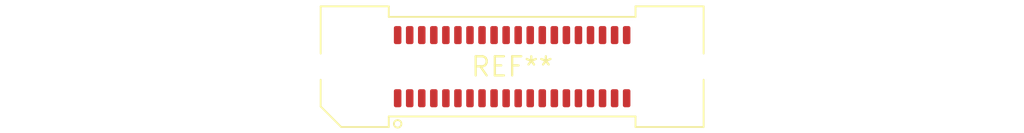
<source format=kicad_pcb>
(kicad_pcb (version 20240108) (generator pcbnew)
  (layers (0 "F.Cu" signal) (31 "B.Cu" signal) (34 "B.Paste" user) (35 "F.Paste" user) (36 "B.SilkS" user "B.Silkscreen") (37 "F.SilkS" user "F.Silkscreen") (38 "B.Mask" user) (39 "F.Mask" user) (44 "Edge.Cuts" user))
  (net 0 "")
  (footprint "Samtec_HSEC8-120-03-X-DV-A-WT_2x20_P0.8mm_Socket_WeldTabs" (layer "F.Cu") (at 0 0)
    (property "Reference" "REF**")
    (property "Value" "Samtec_HSEC8-120-03-X-DV-A-WT_2x20_P0.8mm_Socket_WeldTabs")
    (fp_line (start -12.71 -4.005) (end -8.19 -4.005) (layer "F.SilkS") (stroke (width 0.12)))
    (fp_line (start -12.71 -0.867929) (end -12.71 -4.005) (layer "F.SilkS") (stroke (width 0.12)))
    (fp_line (start -12.71 2.640563) (end -12.71 0.867929) (layer "F.SilkS") (stroke (width 0.12)))
    (fp_line (start -11.345563 4.005) (end -12.71 2.640563) (layer "F.SilkS") (stroke (width 0.12)))
    (fp_line (start -8.19 -4.005) (end -8.19 -3.305) (layer "F.SilkS") (stroke (width 0.12)))
    (fp_line (start -8.19 -3.305) (end 8.19 -3.305) (layer "F.SilkS") (stroke (width 0.12)))
    (fp_line (start -8.19 3.305) (end -8.19 4.005) (layer "F.SilkS") (stroke (width 0.12)))
    (fp_line (start -8.19 4.005) (end -11.345563 4.005) (layer "F.SilkS") (stroke (width 0.12)))
    (fp_line (start 8.19 -4.005) (end 12.71 -4.005) (layer "F.SilkS") (stroke (width 0.12)))
    (fp_line (start 8.19 -3.305) (end 8.19 -4.005) (layer "F.SilkS") (stroke (width 0.12)))
    (fp_line (start 8.19 3.305) (end -8.19 3.305) (layer "F.SilkS") (stroke (width 0.12)))
    (fp_line (start 8.19 4.005) (end 8.19 3.305) (layer "F.SilkS") (stroke (width 0.12)))
    (fp_line (start 12.71 -4.005) (end 12.71 -0.867929) (layer "F.SilkS") (stroke (width 0.12)))
    (fp_line (start 12.71 0.867929) (end 12.71 4.005) (layer "F.SilkS") (stroke (width 0.12)))
    (fp_line (start 12.71 4.005) (end 8.19 4.005) (layer "F.SilkS") (stroke (width 0.12)))
    (fp_arc (start -7.35 3.795) (mid -7.85 3.795) (end -7.35 3.795) (layer "F.SilkS") (stroke (width 0.12)))
    (pad "" thru_hole circle (at -11.45 0) (size 2.54 2.54) (drill 0.84) (layers *.Cu *.Mask "F.Paste") (remove_unused_layers))
    (pad "" np_thru_hole circle (at -9.1 1.5) (size 1.27 1.27) (drill 1.27) (layers *.Cu *.Mask))
    (pad "" np_thru_hole circle (at 9.1 0) (size 1.27 1.27) (drill 1.27) (layers *.Cu *.Mask))
    (pad "" thru_hole circle (at 11.45 0) (size 2.54 2.54) (drill 0.84) (layers *.Cu *.Mask "F.Paste") (remove_unused_layers))
    (pad "1" smd roundrect (at -7.6 2.095) (size 0.5 1.2) (layers "F.Cu" "F.Paste" "F.Mask"))
    (pad "2" smd roundrect (at -7.6 -2.095) (size 0.5 1.2) (layers "F.Cu" "F.Paste" "F.Mask"))
    (pad "3" smd roundrect (at -6.8 2.095) (size 0.5 1.2) (layers "F.Cu" "F.Paste" "F.Mask"))
    (pad "4" smd roundrect (at -6.8 -2.095) (size 0.5 1.2) (layers "F.Cu" "F.Paste" "F.Mask"))
    (pad "5" smd roundrect (at -6 2.095) (size 0.5 1.2) (layers "F.Cu" "F.Paste" "F.Mask"))
    (pad "6" smd roundrect (at -6 -2.095) (size 0.5 1.2) (layers "F.Cu" "F.Paste" "F.Mask"))
    (pad "7" smd roundrect (at -5.2 2.095) (size 0.5 1.2) (layers "F.Cu" "F.Paste" "F.Mask"))
    (pad "8" smd roundrect (at -5.2 -2.095) (size 0.5 1.2) (layers "F.Cu" "F.Paste" "F.Mask"))
    (pad "9" smd roundrect (at -4.4 2.095) (size 0.5 1.2) (layers "F.Cu" "F.Paste" "F.Mask"))
    (pad "10" smd roundrect (at -4.4 -2.095) (size 0.5 1.2) (layers "F.Cu" "F.Paste" "F.Mask"))
    (pad "11" smd roundrect (at -3.6 2.095) (size 0.5 1.2) (layers "F.Cu" "F.Paste" "F.Mask"))
    (pad "12" smd roundrect (at -3.6 -2.095) (size 0.5 1.2) (layers "F.Cu" "F.Paste" "F.Mask"))
    (pad "13" smd roundrect (at -2.8 2.095) (size 0.5 1.2) (layers "F.Cu" "F.Paste" "F.Mask"))
    (pad "14" smd roundrect (at -2.8 -2.095) (size 0.5 1.2) (layers "F.Cu" "F.Paste" "F.Mask"))
    (pad "15" smd roundrect (at -2 2.095) (size 0.5 1.2) (layers "F.Cu" "F.Paste" "F.Mask"))
    (pad "16" smd roundrect (at -2 -2.095) (size 0.5 1.2) (layers "F.Cu" "F.Paste" "F.Mask"))
    (pad "17" smd roundrect (at -1.2 2.095) (size 0.5 1.2) (layers "F.Cu" "F.Paste" "F.Mask"))
    (pad "18" smd roundrect (at -1.2 -2.095) (size 0.5 1.2) (layers "F.Cu" "F.Paste" "F.Mask"))
    (pad "19" smd roundrect (at -0.4 2.095) (size 0.5 1.2) (layers "F.Cu" "F.Paste" "F.Mask"))
    (pad "20" smd roundrect (at -0.4 -2.095) (size 0.5 1.2) (layers "F.Cu" "F.Paste" "F.Mask"))
    (pad "21" smd roundrect (at 0.4 2.095) (size 0.5 1.2) (layers "F.Cu" "F.Paste" "F.Mask"))
    (pad "22" smd roundrect (at 0.4 -2.095) (size 0.5 1.2) (layers "F.Cu" "F.Paste" "F.Mask"))
    (pad "23" smd roundrect (at 1.2 2.095) (size 0.5 1.2) (layers "F.Cu" "F.Paste" "F.Mask"))
    (pad "24" smd roundrect (at 1.2 -2.095) (size 0.5 1.2) (layers "F.Cu" "F.Paste" "F.Mask"))
    (pad "25" smd roundrect (at 2 2.095) (size 0.5 1.2) (layers "F.Cu" "F.Paste" "F.Mask"))
    (pad "26" smd roundrect (at 2 -2.095) (size 0.5 1.2) (layers "F.Cu" "F.Paste" "F.Mask"))
    (pad "27" smd roundrect (at 2.8 2.095) (size 0.5 1.2) (layers "F.Cu" "F.Paste" "F.Mask"))
    (pad "28" smd roundrect (at 2.8 -2.095) (size 0.5 1.2) (layers "F.Cu" "F.Paste" "F.Mask"))
    (pad "29" smd roundrect (at 3.6 2.095) (size 0.5 1.2) (layers "F.Cu" "F.Paste" "F.Mask"))
    (pad "30" smd roundrect (at 3.6 -2.095) (size 0.5 1.2) (layers "F.Cu" "F.Paste" "F.Mask"))
    (pad "31" smd roundrect (at 4.4 2.095) (size 0.5 1.2) (layers "F.Cu" "F.Paste" "F.Mask"))
    (pad "32" smd roundrect (at 4.4 -2.095) (size 0.5 1.2) (layers "F.Cu" "F.Paste" "F.Mask"))
    (pad "33" smd roundrect (at 5.2 2.095) (size 0.5 1.2) (layers "F.Cu" "F.Paste" "F.Mask"))
    (pad "34" smd roundrect (at 5.2 -2.095) (size 0.5 1.2) (layers "F.Cu" "F.Paste" "F.Mask"))
    (pad "35" smd roundrect (at 6 2.095) (size 0.5 1.2) (layers "F.Cu" "F.Paste" "F.Mask"))
    (pad "36" smd roundrect (at 6 -2.095) (size 0.5 1.2) (layers "F.Cu" "F.Paste" "F.Mask"))
    (pad "37" smd roundrect (at 6.8 2.095) (size 0.5 1.2) (layers "F.Cu" "F.Paste" "F.Mask"))
    (pad "38" smd roundrect (at 6.8 -2.095) (size 0.5 1.2) (layers "F.Cu" "F.Paste" "F.Mask"))
    (pad "39" smd roundrect (at 7.6 2.095) (size 0.5 1.2) (layers "F.Cu" "F.Paste" "F.Mask"))
    (pad "40" smd roundrect (at 7.6 -2.095) (size 0.5 1.2) (layers "F.Cu" "F.Paste" "F.Mask"))
  )
)
</source>
